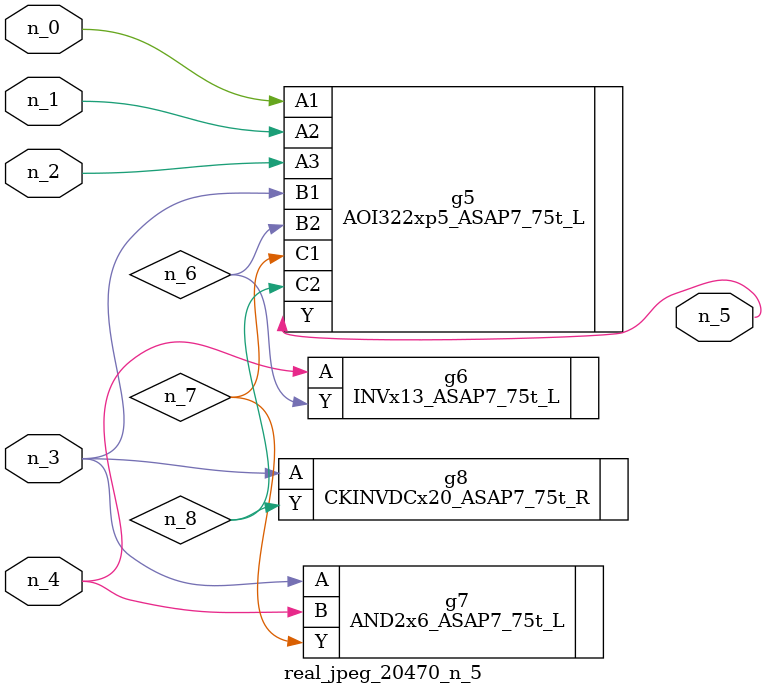
<source format=v>
module real_jpeg_20470_n_5 (n_4, n_0, n_1, n_2, n_3, n_5);

input n_4;
input n_0;
input n_1;
input n_2;
input n_3;

output n_5;

wire n_8;
wire n_6;
wire n_7;

AOI322xp5_ASAP7_75t_L g5 ( 
.A1(n_0),
.A2(n_1),
.A3(n_2),
.B1(n_3),
.B2(n_6),
.C1(n_7),
.C2(n_8),
.Y(n_5)
);

AND2x6_ASAP7_75t_L g7 ( 
.A(n_3),
.B(n_4),
.Y(n_7)
);

CKINVDCx20_ASAP7_75t_R g8 ( 
.A(n_3),
.Y(n_8)
);

INVx13_ASAP7_75t_L g6 ( 
.A(n_4),
.Y(n_6)
);


endmodule
</source>
